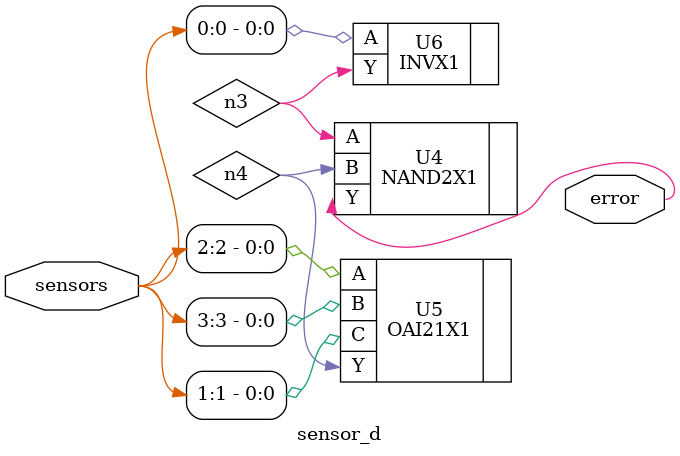
<source format=v>


module sensor_d ( sensors, error );
  input [3:0] sensors;
  output error;
  wire   n3, n4;

  NAND2X1 U4 ( .A(n3), .B(n4), .Y(error) );
  OAI21X1 U5 ( .A(sensors[2]), .B(sensors[3]), .C(sensors[1]), .Y(n4) );
  INVX1 U6 ( .A(sensors[0]), .Y(n3) );
endmodule


</source>
